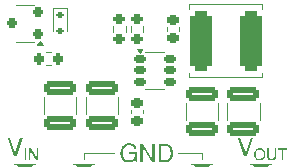
<source format=gbr>
G04 #@! TF.GenerationSoftware,KiCad,Pcbnew,8.0.8*
G04 #@! TF.CreationDate,2026-01-04T09:20:55-05:00*
G04 #@! TF.ProjectId,project-hw-60v-dcdc,70726f6a-6563-4742-9d68-772d3630762d,rev?*
G04 #@! TF.SameCoordinates,Original*
G04 #@! TF.FileFunction,Legend,Top*
G04 #@! TF.FilePolarity,Positive*
%FSLAX46Y46*%
G04 Gerber Fmt 4.6, Leading zero omitted, Abs format (unit mm)*
G04 Created by KiCad (PCBNEW 8.0.8) date 2026-01-04 09:20:55*
%MOMM*%
%LPD*%
G01*
G04 APERTURE LIST*
G04 Aperture macros list*
%AMRoundRect*
0 Rectangle with rounded corners*
0 $1 Rounding radius*
0 $2 $3 $4 $5 $6 $7 $8 $9 X,Y pos of 4 corners*
0 Add a 4 corners polygon primitive as box body*
4,1,4,$2,$3,$4,$5,$6,$7,$8,$9,$2,$3,0*
0 Add four circle primitives for the rounded corners*
1,1,$1+$1,$2,$3*
1,1,$1+$1,$4,$5*
1,1,$1+$1,$6,$7*
1,1,$1+$1,$8,$9*
0 Add four rect primitives between the rounded corners*
20,1,$1+$1,$2,$3,$4,$5,0*
20,1,$1+$1,$4,$5,$6,$7,0*
20,1,$1+$1,$6,$7,$8,$9,0*
20,1,$1+$1,$8,$9,$2,$3,0*%
G04 Aperture macros list end*
%ADD10C,0.100000*%
%ADD11C,0.120000*%
%ADD12RoundRect,0.250000X-1.100000X0.325000X-1.100000X-0.325000X1.100000X-0.325000X1.100000X0.325000X0*%
%ADD13RoundRect,0.225000X0.250000X-0.225000X0.250000X0.225000X-0.250000X0.225000X-0.250000X-0.225000X0*%
%ADD14RoundRect,0.150000X-0.375000X-0.150000X0.375000X-0.150000X0.375000X0.150000X-0.375000X0.150000X0*%
%ADD15RoundRect,0.480000X1.520000X-1.770000X1.520000X1.770000X-1.520000X1.770000X-1.520000X-1.770000X0*%
%ADD16C,1.700000*%
%ADD17RoundRect,0.125000X0.175000X-0.125000X0.175000X0.125000X-0.175000X0.125000X-0.175000X-0.125000X0*%
%ADD18RoundRect,0.200000X0.275000X-0.200000X0.275000X0.200000X-0.275000X0.200000X-0.275000X-0.200000X0*%
%ADD19RoundRect,0.475000X-0.475000X-2.075000X0.475000X-2.075000X0.475000X2.075000X-0.475000X2.075000X0*%
%ADD20RoundRect,0.200000X0.250000X0.200000X-0.250000X0.200000X-0.250000X-0.200000X0.250000X-0.200000X0*%
%ADD21RoundRect,0.200000X-0.200000X-0.275000X0.200000X-0.275000X0.200000X0.275000X-0.200000X0.275000X0*%
%ADD22RoundRect,0.225000X-0.250000X0.225000X-0.250000X-0.225000X0.250000X-0.225000X0.250000X0.225000X0*%
%ADD23RoundRect,0.200000X-0.275000X0.200000X-0.275000X-0.200000X0.275000X-0.200000X0.275000X0.200000X0*%
G04 APERTURE END LIST*
D10*
X44500000Y-36000000D02*
X42000000Y-36000000D01*
X50000000Y-36000000D02*
X52000000Y-36000000D01*
X42000000Y-36000000D02*
X42000000Y-36500000D01*
X52000000Y-36000000D02*
X52000000Y-36500000D01*
G36*
X45280635Y-35970505D02*
G01*
X45283855Y-36048027D01*
X45292670Y-36120816D01*
X45295289Y-36136468D01*
X45312780Y-36211031D01*
X45336808Y-36282904D01*
X45348046Y-36311224D01*
X45382631Y-36381358D01*
X45424473Y-36444116D01*
X45446231Y-36470593D01*
X45501458Y-36522090D01*
X45563815Y-36562756D01*
X45605233Y-36583433D01*
X45676738Y-36608672D01*
X45754737Y-36623434D01*
X45831280Y-36627763D01*
X45907774Y-36622869D01*
X45990343Y-36604786D01*
X46065725Y-36573381D01*
X46133918Y-36528651D01*
X46178227Y-36488545D01*
X46231331Y-36423937D01*
X46271392Y-36351932D01*
X46298410Y-36272529D01*
X46311187Y-36198580D01*
X46314515Y-36132805D01*
X46314515Y-36088475D01*
X45846301Y-36088475D01*
X45846301Y-35924344D01*
X46487805Y-35924344D01*
X46487805Y-36745000D01*
X46363241Y-36745000D01*
X46314515Y-36552658D01*
X46258300Y-36608729D01*
X46199385Y-36657324D01*
X46137767Y-36698443D01*
X46056945Y-36739328D01*
X45971901Y-36768531D01*
X45882635Y-36786053D01*
X45808183Y-36791660D01*
X45789148Y-36791894D01*
X45712836Y-36788356D01*
X45640152Y-36777743D01*
X45554402Y-36754527D01*
X45474322Y-36720256D01*
X45399914Y-36674929D01*
X45331176Y-36618547D01*
X45280268Y-36565481D01*
X45234330Y-36506811D01*
X45194516Y-36444008D01*
X45160828Y-36377072D01*
X45133265Y-36306004D01*
X45111826Y-36230802D01*
X45096514Y-36151466D01*
X45087326Y-36067998D01*
X45084263Y-35980397D01*
X45086942Y-35904680D01*
X45094979Y-35828654D01*
X45103314Y-35777798D01*
X45122342Y-35700071D01*
X45148112Y-35626469D01*
X45175122Y-35564574D01*
X45210670Y-35497648D01*
X45251371Y-35436089D01*
X45302093Y-35374572D01*
X45307013Y-35369302D01*
X45361803Y-35319621D01*
X45427255Y-35275449D01*
X45495277Y-35240406D01*
X45519870Y-35229717D01*
X45589090Y-35205354D01*
X45662661Y-35187951D01*
X45740582Y-35177510D01*
X45822854Y-35174030D01*
X45902996Y-35177026D01*
X45978558Y-35186015D01*
X46063189Y-35204713D01*
X46141224Y-35232040D01*
X46212665Y-35267996D01*
X46256629Y-35296762D01*
X46315804Y-35346328D01*
X46365834Y-35402979D01*
X46406720Y-35466713D01*
X46438460Y-35537532D01*
X46461056Y-35615434D01*
X46466556Y-35642976D01*
X46266154Y-35642976D01*
X46241476Y-35568153D01*
X46202888Y-35502777D01*
X46150389Y-35446849D01*
X46115212Y-35419860D01*
X46043802Y-35380367D01*
X45972882Y-35356112D01*
X45894956Y-35342070D01*
X45821022Y-35338161D01*
X45746808Y-35342400D01*
X45664033Y-35358681D01*
X45588109Y-35387171D01*
X45519038Y-35427872D01*
X45456819Y-35480783D01*
X45428279Y-35511817D01*
X45378103Y-35580743D01*
X45338308Y-35657550D01*
X45313076Y-35727578D01*
X45295053Y-35803080D01*
X45284239Y-35884056D01*
X45280635Y-35970505D01*
G37*
G36*
X47977808Y-35197477D02*
G01*
X47977808Y-36745000D01*
X47756158Y-36745000D01*
X46960781Y-35490568D01*
X46960781Y-36745000D01*
X46775034Y-36745000D01*
X46775034Y-35197477D01*
X46988258Y-35197477D01*
X47792062Y-36462533D01*
X47792062Y-35197477D01*
X47977808Y-35197477D01*
G37*
G36*
X48989291Y-35202432D02*
G01*
X49071712Y-35217298D01*
X49147944Y-35242074D01*
X49217986Y-35276760D01*
X49281838Y-35321357D01*
X49339501Y-35375865D01*
X49360833Y-35400443D01*
X49408856Y-35467868D01*
X49448739Y-35543289D01*
X49480483Y-35626707D01*
X49500018Y-35699198D01*
X49514343Y-35776807D01*
X49523459Y-35859534D01*
X49527366Y-35947378D01*
X49527529Y-35970139D01*
X49524907Y-36059280D01*
X49517042Y-36143338D01*
X49503933Y-36222312D01*
X49485580Y-36296203D01*
X49455266Y-36381419D01*
X49416758Y-36458692D01*
X49370058Y-36528022D01*
X49359734Y-36540935D01*
X49304284Y-36599723D01*
X49242805Y-36648547D01*
X49175298Y-36687407D01*
X49101762Y-36716303D01*
X49022198Y-36735235D01*
X48936605Y-36744202D01*
X48900680Y-36745000D01*
X48307903Y-36745000D01*
X48307903Y-36580868D01*
X48503907Y-36580868D01*
X48866974Y-36580868D01*
X48948565Y-36575407D01*
X49022427Y-36559024D01*
X49098833Y-36526105D01*
X49164720Y-36478321D01*
X49212822Y-36425530D01*
X49253038Y-36362268D01*
X49284933Y-36288985D01*
X49308508Y-36205681D01*
X49321797Y-36128607D01*
X49329309Y-36044574D01*
X49331158Y-35972337D01*
X49328269Y-35882104D01*
X49319602Y-35798937D01*
X49305156Y-35722836D01*
X49280195Y-35640842D01*
X49246913Y-35569023D01*
X49212822Y-35516946D01*
X49155951Y-35456419D01*
X49088562Y-35410758D01*
X49010654Y-35379963D01*
X48935503Y-35365400D01*
X48866974Y-35361608D01*
X48503907Y-35361608D01*
X48503907Y-36580868D01*
X48307903Y-36580868D01*
X48307903Y-35197477D01*
X48900680Y-35197477D01*
X48989291Y-35202432D01*
G37*
G36*
X55795743Y-36245000D02*
G01*
X55584717Y-36245000D01*
X55031507Y-34697477D01*
X55242533Y-34697477D01*
X55694260Y-36007229D01*
X56120708Y-34697477D01*
X56329535Y-34697477D01*
X55795743Y-36245000D01*
G37*
G36*
X56953763Y-35577757D02*
G01*
X57036329Y-35596363D01*
X57110761Y-35628677D01*
X57177059Y-35674702D01*
X57219434Y-35715969D01*
X57269683Y-35783021D01*
X57307590Y-35859154D01*
X57330259Y-35931638D01*
X57343860Y-36010794D01*
X57348394Y-36096622D01*
X57343886Y-36176040D01*
X57330362Y-36250255D01*
X57303189Y-36330261D01*
X57263744Y-36403186D01*
X57220167Y-36460055D01*
X57159965Y-36516300D01*
X57091558Y-36558730D01*
X57014948Y-36587346D01*
X56942751Y-36600879D01*
X56877982Y-36604403D01*
X56801707Y-36599328D01*
X56719947Y-36580580D01*
X56645971Y-36548017D01*
X56579778Y-36501640D01*
X56537264Y-36460055D01*
X56486729Y-36392941D01*
X56448606Y-36317903D01*
X56425809Y-36247278D01*
X56412130Y-36170831D01*
X56407571Y-36088562D01*
X56531768Y-36088562D01*
X56536344Y-36163753D01*
X56552779Y-36241485D01*
X56581166Y-36310470D01*
X56627389Y-36377623D01*
X56685871Y-36430576D01*
X56753742Y-36466199D01*
X56831003Y-36484492D01*
X56877982Y-36487166D01*
X56951759Y-36480366D01*
X57025890Y-36456457D01*
X57090631Y-36415335D01*
X57128576Y-36378356D01*
X57174799Y-36311728D01*
X57203186Y-36243744D01*
X57219621Y-36167518D01*
X57224197Y-36094057D01*
X57219656Y-36017261D01*
X57203347Y-35938081D01*
X57175177Y-35868059D01*
X57129308Y-35800233D01*
X57070949Y-35746926D01*
X57002621Y-35711065D01*
X56924323Y-35692650D01*
X56876517Y-35689958D01*
X56802786Y-35696804D01*
X56728816Y-35720874D01*
X56664352Y-35762273D01*
X56626657Y-35799501D01*
X56580788Y-35866654D01*
X56552618Y-35935639D01*
X56536309Y-36013371D01*
X56531768Y-36088562D01*
X56407571Y-36088562D01*
X56412117Y-36006293D01*
X56425757Y-35929846D01*
X56448490Y-35859221D01*
X56486505Y-35784183D01*
X56536897Y-35717069D01*
X56597477Y-35660824D01*
X56665736Y-35618394D01*
X56741673Y-35589778D01*
X56825289Y-35574976D01*
X56876517Y-35572721D01*
X56953763Y-35577757D01*
G37*
G36*
X58138642Y-35596168D02*
G01*
X58263206Y-35596168D01*
X58263206Y-36282735D01*
X58255120Y-36360826D01*
X58227171Y-36436446D01*
X58179257Y-36500331D01*
X58160990Y-36517208D01*
X58098046Y-36559358D01*
X58024205Y-36587713D01*
X57949420Y-36601337D01*
X57887682Y-36604403D01*
X57805479Y-36598999D01*
X57732527Y-36582787D01*
X57661513Y-36551631D01*
X57614375Y-36517941D01*
X57561824Y-36457820D01*
X57528737Y-36385535D01*
X57515599Y-36310077D01*
X57514724Y-36282735D01*
X57514724Y-35596168D01*
X57638921Y-35596168D01*
X57638921Y-36276873D01*
X57650046Y-36353658D01*
X57686912Y-36417011D01*
X57706332Y-36434776D01*
X57774152Y-36470590D01*
X57846349Y-36485324D01*
X57887316Y-36487166D01*
X57962151Y-36480586D01*
X58035075Y-36455842D01*
X58071597Y-36431479D01*
X58117429Y-36374297D01*
X58137594Y-36300847D01*
X58138642Y-36276873D01*
X58138642Y-35596168D01*
G37*
G36*
X58860013Y-35713405D02*
G01*
X58860013Y-36580956D01*
X58735816Y-36580956D01*
X58735816Y-35713405D01*
X58414881Y-35713405D01*
X58414881Y-35596168D01*
X59179483Y-35596168D01*
X59179483Y-35713405D01*
X58860013Y-35713405D01*
G37*
G36*
X36295743Y-36245000D02*
G01*
X36084717Y-36245000D01*
X35531507Y-34697477D01*
X35742533Y-34697477D01*
X36194260Y-36007229D01*
X36620708Y-34697477D01*
X36829535Y-34697477D01*
X36295743Y-36245000D01*
G37*
G36*
X37113467Y-35596168D02*
G01*
X37113467Y-36580956D01*
X36987804Y-36580956D01*
X36987804Y-35596168D01*
X37113467Y-35596168D01*
G37*
G36*
X38096423Y-35596168D02*
G01*
X38096423Y-36580956D01*
X37956105Y-36580956D01*
X37452354Y-35782648D01*
X37452354Y-36580956D01*
X37334751Y-36580956D01*
X37334751Y-35596168D01*
X37469573Y-35596168D01*
X37978820Y-36401437D01*
X37978820Y-35596168D01*
X38096423Y-35596168D01*
G37*
D11*
X50640000Y-31788748D02*
X50640000Y-33211252D01*
X53360000Y-31788748D02*
X53360000Y-33211252D01*
X48990000Y-25640580D02*
X48990000Y-25359420D01*
X50010000Y-25640580D02*
X50010000Y-25359420D01*
X42140000Y-31288748D02*
X42140000Y-32711252D01*
X44860000Y-31288748D02*
X44860000Y-32711252D01*
X48000000Y-27440000D02*
X47200000Y-27440000D01*
X48000000Y-27440000D02*
X48800000Y-27440000D01*
X48000000Y-30560000D02*
X47200000Y-30560000D01*
X48000000Y-30560000D02*
X48800000Y-30560000D01*
X46700000Y-27490000D02*
X46460000Y-27160000D01*
X46940000Y-27160000D01*
X46700000Y-27490000D01*
G36*
X46700000Y-27490000D02*
G01*
X46460000Y-27160000D01*
X46940000Y-27160000D01*
X46700000Y-27490000D01*
G37*
X54140000Y-31788748D02*
X54140000Y-33211252D01*
X56860000Y-31788748D02*
X56860000Y-33211252D01*
X39400000Y-25700000D02*
X39400000Y-23740000D01*
X40600000Y-23740000D02*
X39400000Y-23740000D01*
X40600000Y-25700000D02*
X40600000Y-23740000D01*
X45977500Y-25737258D02*
X45977500Y-25262742D01*
X47022500Y-25737258D02*
X47022500Y-25262742D01*
X50900000Y-23400000D02*
X50900000Y-23800000D01*
X50900000Y-23400000D02*
X57100000Y-23400000D01*
X50900000Y-29600000D02*
X50900000Y-29200000D01*
X50900000Y-29600000D02*
X57100000Y-29600000D01*
X57100000Y-23400000D02*
X57100000Y-23800000D01*
X57100000Y-29600000D02*
X57100000Y-29200000D01*
X37000000Y-23440000D02*
X36200000Y-23440000D01*
X37000000Y-23440000D02*
X37800000Y-23440000D01*
X37000000Y-26560000D02*
X36200000Y-26560000D01*
X37000000Y-26560000D02*
X37800000Y-26560000D01*
X38540000Y-26840000D02*
X38060000Y-26840000D01*
X38300000Y-26510000D01*
X38540000Y-26840000D01*
G36*
X38540000Y-26840000D02*
G01*
X38060000Y-26840000D01*
X38300000Y-26510000D01*
X38540000Y-26840000D01*
G37*
X38762742Y-27477500D02*
X39237258Y-27477500D01*
X38762742Y-28522500D02*
X39237258Y-28522500D01*
X45990000Y-32359420D02*
X45990000Y-32640580D01*
X47010000Y-32359420D02*
X47010000Y-32640580D01*
X38640000Y-31288748D02*
X38640000Y-32711252D01*
X41360000Y-31288748D02*
X41360000Y-32711252D01*
X44477500Y-25262742D02*
X44477500Y-25737258D01*
X45522500Y-25262742D02*
X45522500Y-25737258D01*
%LPC*%
D12*
X52000000Y-31025000D03*
X52000000Y-33975000D03*
D13*
X49500000Y-26275000D03*
X49500000Y-24725000D03*
D12*
X43500000Y-30525000D03*
X43500000Y-33475000D03*
D14*
X46700000Y-28050000D03*
X46700000Y-29000000D03*
X46700000Y-29950000D03*
X49300000Y-29950000D03*
X49300000Y-29000000D03*
X49300000Y-28050000D03*
D12*
X55500000Y-31025000D03*
X55500000Y-33975000D03*
D15*
X42000000Y-39250000D03*
D16*
X40730000Y-37730000D03*
X43270000Y-37730000D03*
D15*
X37000000Y-39250000D03*
D16*
X35730000Y-37730000D03*
X38270000Y-37730000D03*
D15*
X52000000Y-39250000D03*
D16*
X50730000Y-37730000D03*
X53270000Y-37730000D03*
D17*
X40000000Y-24300000D03*
X40000000Y-25700000D03*
D18*
X46500000Y-26325000D03*
X46500000Y-24675000D03*
D19*
X51900000Y-26500000D03*
X56100000Y-26500000D03*
D20*
X38100000Y-25950000D03*
X38100000Y-24050000D03*
X35900000Y-25000000D03*
D21*
X38175000Y-28000000D03*
X39825000Y-28000000D03*
D22*
X46500000Y-31725000D03*
X46500000Y-33275000D03*
D15*
X57000000Y-39250000D03*
D16*
X55730000Y-37730000D03*
X58270000Y-37730000D03*
D12*
X40000000Y-30525000D03*
X40000000Y-33475000D03*
D23*
X45000000Y-24675000D03*
X45000000Y-26325000D03*
%LPD*%
M02*

</source>
